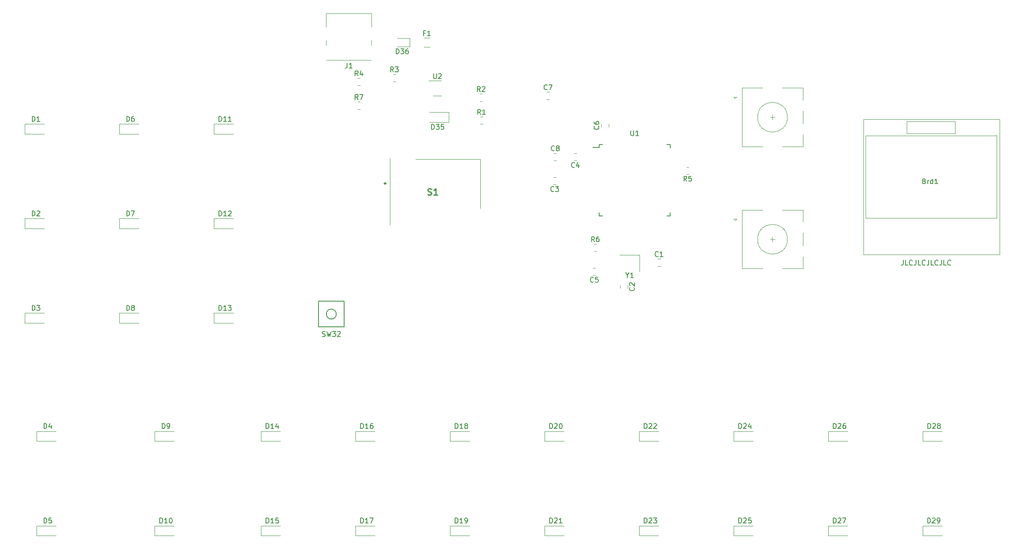
<source format=gbr>
%TF.GenerationSoftware,KiCad,Pcbnew,(6.0.5)*%
%TF.CreationDate,2022-05-16T19:36:13-07:00*%
%TF.ProjectId,3HMouse,33484d6f-7573-4652-9e6b-696361645f70,rev?*%
%TF.SameCoordinates,Original*%
%TF.FileFunction,Legend,Top*%
%TF.FilePolarity,Positive*%
%FSLAX46Y46*%
G04 Gerber Fmt 4.6, Leading zero omitted, Abs format (unit mm)*
G04 Created by KiCad (PCBNEW (6.0.5)) date 2022-05-16 19:36:13*
%MOMM*%
%LPD*%
G01*
G04 APERTURE LIST*
%ADD10C,0.150000*%
%ADD11C,0.254000*%
%ADD12C,0.120000*%
%ADD13C,0.300000*%
%ADD14C,0.100000*%
G04 APERTURE END LIST*
D10*
X209693452Y-76446130D02*
X209693452Y-77160416D01*
X209645833Y-77303273D01*
X209550595Y-77398511D01*
X209407738Y-77446130D01*
X209312500Y-77446130D01*
X210645833Y-77446130D02*
X210169642Y-77446130D01*
X210169642Y-76446130D01*
X211550595Y-77350892D02*
X211502976Y-77398511D01*
X211360119Y-77446130D01*
X211264880Y-77446130D01*
X211122023Y-77398511D01*
X211026785Y-77303273D01*
X210979166Y-77208035D01*
X210931547Y-77017559D01*
X210931547Y-76874702D01*
X210979166Y-76684226D01*
X211026785Y-76588988D01*
X211122023Y-76493750D01*
X211264880Y-76446130D01*
X211360119Y-76446130D01*
X211502976Y-76493750D01*
X211550595Y-76541369D01*
X212264880Y-76446130D02*
X212264880Y-77160416D01*
X212217261Y-77303273D01*
X212122023Y-77398511D01*
X211979166Y-77446130D01*
X211883928Y-77446130D01*
X213217261Y-77446130D02*
X212741071Y-77446130D01*
X212741071Y-76446130D01*
X214122023Y-77350892D02*
X214074404Y-77398511D01*
X213931547Y-77446130D01*
X213836309Y-77446130D01*
X213693452Y-77398511D01*
X213598214Y-77303273D01*
X213550595Y-77208035D01*
X213502976Y-77017559D01*
X213502976Y-76874702D01*
X213550595Y-76684226D01*
X213598214Y-76588988D01*
X213693452Y-76493750D01*
X213836309Y-76446130D01*
X213931547Y-76446130D01*
X214074404Y-76493750D01*
X214122023Y-76541369D01*
X214836309Y-76446130D02*
X214836309Y-77160416D01*
X214788690Y-77303273D01*
X214693452Y-77398511D01*
X214550595Y-77446130D01*
X214455357Y-77446130D01*
X215788690Y-77446130D02*
X215312500Y-77446130D01*
X215312500Y-76446130D01*
X216693452Y-77350892D02*
X216645833Y-77398511D01*
X216502976Y-77446130D01*
X216407738Y-77446130D01*
X216264880Y-77398511D01*
X216169642Y-77303273D01*
X216122023Y-77208035D01*
X216074404Y-77017559D01*
X216074404Y-76874702D01*
X216122023Y-76684226D01*
X216169642Y-76588988D01*
X216264880Y-76493750D01*
X216407738Y-76446130D01*
X216502976Y-76446130D01*
X216645833Y-76493750D01*
X216693452Y-76541369D01*
X217407738Y-76446130D02*
X217407738Y-77160416D01*
X217360119Y-77303273D01*
X217264880Y-77398511D01*
X217122023Y-77446130D01*
X217026785Y-77446130D01*
X218360119Y-77446130D02*
X217883928Y-77446130D01*
X217883928Y-76446130D01*
X219264880Y-77350892D02*
X219217261Y-77398511D01*
X219074404Y-77446130D01*
X218979166Y-77446130D01*
X218836309Y-77398511D01*
X218741071Y-77303273D01*
X218693452Y-77208035D01*
X218645833Y-77017559D01*
X218645833Y-76874702D01*
X218693452Y-76684226D01*
X218741071Y-76588988D01*
X218836309Y-76493750D01*
X218979166Y-76446130D01*
X219074404Y-76446130D01*
X219217261Y-76493750D01*
X219264880Y-76541369D01*
%TO.C,U2*%
X115062095Y-38835380D02*
X115062095Y-39644904D01*
X115109714Y-39740142D01*
X115157333Y-39787761D01*
X115252571Y-39835380D01*
X115443047Y-39835380D01*
X115538285Y-39787761D01*
X115585904Y-39740142D01*
X115633523Y-39644904D01*
X115633523Y-38835380D01*
X116062095Y-38930619D02*
X116109714Y-38883000D01*
X116204952Y-38835380D01*
X116443047Y-38835380D01*
X116538285Y-38883000D01*
X116585904Y-38930619D01*
X116633523Y-39025857D01*
X116633523Y-39121095D01*
X116585904Y-39263952D01*
X116014476Y-39835380D01*
X116633523Y-39835380D01*
%TO.C,U1*%
X154813095Y-50327380D02*
X154813095Y-51136904D01*
X154860714Y-51232142D01*
X154908333Y-51279761D01*
X155003571Y-51327380D01*
X155194047Y-51327380D01*
X155289285Y-51279761D01*
X155336904Y-51232142D01*
X155384523Y-51136904D01*
X155384523Y-50327380D01*
X156384523Y-51327380D02*
X155813095Y-51327380D01*
X156098809Y-51327380D02*
X156098809Y-50327380D01*
X156003571Y-50470238D01*
X155908333Y-50565476D01*
X155813095Y-50613095D01*
%TO.C,C5*%
X147280333Y-80777142D02*
X147232714Y-80824761D01*
X147089857Y-80872380D01*
X146994619Y-80872380D01*
X146851761Y-80824761D01*
X146756523Y-80729523D01*
X146708904Y-80634285D01*
X146661285Y-80443809D01*
X146661285Y-80300952D01*
X146708904Y-80110476D01*
X146756523Y-80015238D01*
X146851761Y-79920000D01*
X146994619Y-79872380D01*
X147089857Y-79872380D01*
X147232714Y-79920000D01*
X147280333Y-79967619D01*
X148185095Y-79872380D02*
X147708904Y-79872380D01*
X147661285Y-80348571D01*
X147708904Y-80300952D01*
X147804142Y-80253333D01*
X148042238Y-80253333D01*
X148137476Y-80300952D01*
X148185095Y-80348571D01*
X148232714Y-80443809D01*
X148232714Y-80681904D01*
X148185095Y-80777142D01*
X148137476Y-80824761D01*
X148042238Y-80872380D01*
X147804142Y-80872380D01*
X147708904Y-80824761D01*
X147661285Y-80777142D01*
%TO.C,R7*%
X99845833Y-44046130D02*
X99512500Y-43569940D01*
X99274404Y-44046130D02*
X99274404Y-43046130D01*
X99655357Y-43046130D01*
X99750595Y-43093750D01*
X99798214Y-43141369D01*
X99845833Y-43236607D01*
X99845833Y-43379464D01*
X99798214Y-43474702D01*
X99750595Y-43522321D01*
X99655357Y-43569940D01*
X99274404Y-43569940D01*
X100179166Y-43046130D02*
X100845833Y-43046130D01*
X100417261Y-44046130D01*
%TO.C,R4*%
X99845833Y-39283630D02*
X99512500Y-38807440D01*
X99274404Y-39283630D02*
X99274404Y-38283630D01*
X99655357Y-38283630D01*
X99750595Y-38331250D01*
X99798214Y-38378869D01*
X99845833Y-38474107D01*
X99845833Y-38616964D01*
X99798214Y-38712202D01*
X99750595Y-38759821D01*
X99655357Y-38807440D01*
X99274404Y-38807440D01*
X100702976Y-38616964D02*
X100702976Y-39283630D01*
X100464880Y-38236011D02*
X100226785Y-38950297D01*
X100845833Y-38950297D01*
%TO.C,R3*%
X106989583Y-38489880D02*
X106656250Y-38013690D01*
X106418154Y-38489880D02*
X106418154Y-37489880D01*
X106799107Y-37489880D01*
X106894345Y-37537500D01*
X106941964Y-37585119D01*
X106989583Y-37680357D01*
X106989583Y-37823214D01*
X106941964Y-37918452D01*
X106894345Y-37966071D01*
X106799107Y-38013690D01*
X106418154Y-38013690D01*
X107322916Y-37489880D02*
X107941964Y-37489880D01*
X107608630Y-37870833D01*
X107751488Y-37870833D01*
X107846726Y-37918452D01*
X107894345Y-37966071D01*
X107941964Y-38061309D01*
X107941964Y-38299404D01*
X107894345Y-38394642D01*
X107846726Y-38442261D01*
X107751488Y-38489880D01*
X107465773Y-38489880D01*
X107370535Y-38442261D01*
X107322916Y-38394642D01*
%TO.C,J1*%
X97656666Y-36685380D02*
X97656666Y-37399666D01*
X97609047Y-37542523D01*
X97513809Y-37637761D01*
X97370952Y-37685380D01*
X97275714Y-37685380D01*
X98656666Y-37685380D02*
X98085238Y-37685380D01*
X98370952Y-37685380D02*
X98370952Y-36685380D01*
X98275714Y-36828238D01*
X98180476Y-36923476D01*
X98085238Y-36971095D01*
%TO.C,F1*%
X113360416Y-30652321D02*
X113027083Y-30652321D01*
X113027083Y-31176130D02*
X113027083Y-30176130D01*
X113503273Y-30176130D01*
X114408035Y-31176130D02*
X113836607Y-31176130D01*
X114122321Y-31176130D02*
X114122321Y-30176130D01*
X114027083Y-30318988D01*
X113931845Y-30414226D01*
X113836607Y-30461845D01*
%TO.C,D36*%
X107529464Y-34846130D02*
X107529464Y-33846130D01*
X107767559Y-33846130D01*
X107910416Y-33893750D01*
X108005654Y-33988988D01*
X108053273Y-34084226D01*
X108100892Y-34274702D01*
X108100892Y-34417559D01*
X108053273Y-34608035D01*
X108005654Y-34703273D01*
X107910416Y-34798511D01*
X107767559Y-34846130D01*
X107529464Y-34846130D01*
X108434226Y-33846130D02*
X109053273Y-33846130D01*
X108719940Y-34227083D01*
X108862797Y-34227083D01*
X108958035Y-34274702D01*
X109005654Y-34322321D01*
X109053273Y-34417559D01*
X109053273Y-34655654D01*
X109005654Y-34750892D01*
X108958035Y-34798511D01*
X108862797Y-34846130D01*
X108577083Y-34846130D01*
X108481845Y-34798511D01*
X108434226Y-34750892D01*
X109910416Y-33846130D02*
X109719940Y-33846130D01*
X109624702Y-33893750D01*
X109577083Y-33941369D01*
X109481845Y-34084226D01*
X109434226Y-34274702D01*
X109434226Y-34655654D01*
X109481845Y-34750892D01*
X109529464Y-34798511D01*
X109624702Y-34846130D01*
X109815178Y-34846130D01*
X109910416Y-34798511D01*
X109958035Y-34750892D01*
X110005654Y-34655654D01*
X110005654Y-34417559D01*
X109958035Y-34322321D01*
X109910416Y-34274702D01*
X109815178Y-34227083D01*
X109624702Y-34227083D01*
X109529464Y-34274702D01*
X109481845Y-34322321D01*
X109434226Y-34417559D01*
%TO.C,D35*%
X114673214Y-50077380D02*
X114673214Y-49077380D01*
X114911309Y-49077380D01*
X115054166Y-49125000D01*
X115149404Y-49220238D01*
X115197023Y-49315476D01*
X115244642Y-49505952D01*
X115244642Y-49648809D01*
X115197023Y-49839285D01*
X115149404Y-49934523D01*
X115054166Y-50029761D01*
X114911309Y-50077380D01*
X114673214Y-50077380D01*
X115577976Y-49077380D02*
X116197023Y-49077380D01*
X115863690Y-49458333D01*
X116006547Y-49458333D01*
X116101785Y-49505952D01*
X116149404Y-49553571D01*
X116197023Y-49648809D01*
X116197023Y-49886904D01*
X116149404Y-49982142D01*
X116101785Y-50029761D01*
X116006547Y-50077380D01*
X115720833Y-50077380D01*
X115625595Y-50029761D01*
X115577976Y-49982142D01*
X117101785Y-49077380D02*
X116625595Y-49077380D01*
X116577976Y-49553571D01*
X116625595Y-49505952D01*
X116720833Y-49458333D01*
X116958928Y-49458333D01*
X117054166Y-49505952D01*
X117101785Y-49553571D01*
X117149404Y-49648809D01*
X117149404Y-49886904D01*
X117101785Y-49982142D01*
X117054166Y-50029761D01*
X116958928Y-50077380D01*
X116720833Y-50077380D01*
X116625595Y-50029761D01*
X116577976Y-49982142D01*
%TO.C,C6*%
X148283142Y-49442666D02*
X148330761Y-49490285D01*
X148378380Y-49633142D01*
X148378380Y-49728380D01*
X148330761Y-49871238D01*
X148235523Y-49966476D01*
X148140285Y-50014095D01*
X147949809Y-50061714D01*
X147806952Y-50061714D01*
X147616476Y-50014095D01*
X147521238Y-49966476D01*
X147426000Y-49871238D01*
X147378380Y-49728380D01*
X147378380Y-49633142D01*
X147426000Y-49490285D01*
X147473619Y-49442666D01*
X147378380Y-48585523D02*
X147378380Y-48776000D01*
X147426000Y-48871238D01*
X147473619Y-48918857D01*
X147616476Y-49014095D01*
X147806952Y-49061714D01*
X148187904Y-49061714D01*
X148283142Y-49014095D01*
X148330761Y-48966476D01*
X148378380Y-48871238D01*
X148378380Y-48680761D01*
X148330761Y-48585523D01*
X148283142Y-48537904D01*
X148187904Y-48490285D01*
X147949809Y-48490285D01*
X147854571Y-48537904D01*
X147806952Y-48585523D01*
X147759333Y-48680761D01*
X147759333Y-48871238D01*
X147806952Y-48966476D01*
X147854571Y-49014095D01*
X147949809Y-49061714D01*
%TO.C,C4*%
X143470333Y-57663142D02*
X143422714Y-57710761D01*
X143279857Y-57758380D01*
X143184619Y-57758380D01*
X143041761Y-57710761D01*
X142946523Y-57615523D01*
X142898904Y-57520285D01*
X142851285Y-57329809D01*
X142851285Y-57186952D01*
X142898904Y-56996476D01*
X142946523Y-56901238D01*
X143041761Y-56806000D01*
X143184619Y-56758380D01*
X143279857Y-56758380D01*
X143422714Y-56806000D01*
X143470333Y-56853619D01*
X144327476Y-57091714D02*
X144327476Y-57758380D01*
X144089380Y-56710761D02*
X143851285Y-57425047D01*
X144470333Y-57425047D01*
%TO.C,C3*%
X139279333Y-62489142D02*
X139231714Y-62536761D01*
X139088857Y-62584380D01*
X138993619Y-62584380D01*
X138850761Y-62536761D01*
X138755523Y-62441523D01*
X138707904Y-62346285D01*
X138660285Y-62155809D01*
X138660285Y-62012952D01*
X138707904Y-61822476D01*
X138755523Y-61727238D01*
X138850761Y-61632000D01*
X138993619Y-61584380D01*
X139088857Y-61584380D01*
X139231714Y-61632000D01*
X139279333Y-61679619D01*
X139612666Y-61584380D02*
X140231714Y-61584380D01*
X139898380Y-61965333D01*
X140041238Y-61965333D01*
X140136476Y-62012952D01*
X140184095Y-62060571D01*
X140231714Y-62155809D01*
X140231714Y-62393904D01*
X140184095Y-62489142D01*
X140136476Y-62536761D01*
X140041238Y-62584380D01*
X139755523Y-62584380D01*
X139660285Y-62536761D01*
X139612666Y-62489142D01*
%TO.C,Brd1*%
X213939583Y-60507571D02*
X214082440Y-60555190D01*
X214130059Y-60602809D01*
X214177678Y-60698047D01*
X214177678Y-60840904D01*
X214130059Y-60936142D01*
X214082440Y-60983761D01*
X213987202Y-61031380D01*
X213606250Y-61031380D01*
X213606250Y-60031380D01*
X213939583Y-60031380D01*
X214034821Y-60079000D01*
X214082440Y-60126619D01*
X214130059Y-60221857D01*
X214130059Y-60317095D01*
X214082440Y-60412333D01*
X214034821Y-60459952D01*
X213939583Y-60507571D01*
X213606250Y-60507571D01*
X214606250Y-61031380D02*
X214606250Y-60364714D01*
X214606250Y-60555190D02*
X214653869Y-60459952D01*
X214701488Y-60412333D01*
X214796726Y-60364714D01*
X214891964Y-60364714D01*
X215653869Y-61031380D02*
X215653869Y-60031380D01*
X215653869Y-60983761D02*
X215558630Y-61031380D01*
X215368154Y-61031380D01*
X215272916Y-60983761D01*
X215225297Y-60936142D01*
X215177678Y-60840904D01*
X215177678Y-60555190D01*
X215225297Y-60459952D01*
X215272916Y-60412333D01*
X215368154Y-60364714D01*
X215558630Y-60364714D01*
X215653869Y-60412333D01*
X216653869Y-61031380D02*
X216082440Y-61031380D01*
X216368154Y-61031380D02*
X216368154Y-60031380D01*
X216272916Y-60174238D01*
X216177678Y-60269476D01*
X216082440Y-60317095D01*
%TO.C,Y1*%
X154125809Y-79476190D02*
X154125809Y-79952380D01*
X153792476Y-78952380D02*
X154125809Y-79476190D01*
X154459142Y-78952380D01*
X155316285Y-79952380D02*
X154744857Y-79952380D01*
X155030571Y-79952380D02*
X155030571Y-78952380D01*
X154935333Y-79095238D01*
X154840095Y-79190476D01*
X154744857Y-79238095D01*
%TO.C,SW32*%
X92646726Y-91781261D02*
X92789583Y-91828880D01*
X93027678Y-91828880D01*
X93122916Y-91781261D01*
X93170535Y-91733642D01*
X93218154Y-91638404D01*
X93218154Y-91543166D01*
X93170535Y-91447928D01*
X93122916Y-91400309D01*
X93027678Y-91352690D01*
X92837202Y-91305071D01*
X92741964Y-91257452D01*
X92694345Y-91209833D01*
X92646726Y-91114595D01*
X92646726Y-91019357D01*
X92694345Y-90924119D01*
X92741964Y-90876500D01*
X92837202Y-90828880D01*
X93075297Y-90828880D01*
X93218154Y-90876500D01*
X93551488Y-90828880D02*
X93789583Y-91828880D01*
X93980059Y-91114595D01*
X94170535Y-91828880D01*
X94408630Y-90828880D01*
X94694345Y-90828880D02*
X95313392Y-90828880D01*
X94980059Y-91209833D01*
X95122916Y-91209833D01*
X95218154Y-91257452D01*
X95265773Y-91305071D01*
X95313392Y-91400309D01*
X95313392Y-91638404D01*
X95265773Y-91733642D01*
X95218154Y-91781261D01*
X95122916Y-91828880D01*
X94837202Y-91828880D01*
X94741964Y-91781261D01*
X94694345Y-91733642D01*
X95694345Y-90924119D02*
X95741964Y-90876500D01*
X95837202Y-90828880D01*
X96075297Y-90828880D01*
X96170535Y-90876500D01*
X96218154Y-90924119D01*
X96265773Y-91019357D01*
X96265773Y-91114595D01*
X96218154Y-91257452D01*
X95646726Y-91828880D01*
X96265773Y-91828880D01*
D11*
%TO.C,S1*%
X113886630Y-63220297D02*
X114068059Y-63280773D01*
X114370440Y-63280773D01*
X114491392Y-63220297D01*
X114551869Y-63159821D01*
X114612345Y-63038869D01*
X114612345Y-62917916D01*
X114551869Y-62796964D01*
X114491392Y-62736488D01*
X114370440Y-62676011D01*
X114128535Y-62615535D01*
X114007583Y-62555059D01*
X113947107Y-62494583D01*
X113886630Y-62373630D01*
X113886630Y-62252678D01*
X113947107Y-62131726D01*
X114007583Y-62071250D01*
X114128535Y-62010773D01*
X114430916Y-62010773D01*
X114612345Y-62071250D01*
X115821869Y-63280773D02*
X115096154Y-63280773D01*
X115459011Y-63280773D02*
X115459011Y-62010773D01*
X115338059Y-62192202D01*
X115217107Y-62313154D01*
X115096154Y-62373630D01*
D10*
%TO.C,R6*%
X147470833Y-72716380D02*
X147137500Y-72240190D01*
X146899404Y-72716380D02*
X146899404Y-71716380D01*
X147280357Y-71716380D01*
X147375595Y-71764000D01*
X147423214Y-71811619D01*
X147470833Y-71906857D01*
X147470833Y-72049714D01*
X147423214Y-72144952D01*
X147375595Y-72192571D01*
X147280357Y-72240190D01*
X146899404Y-72240190D01*
X148327976Y-71716380D02*
X148137500Y-71716380D01*
X148042261Y-71764000D01*
X147994642Y-71811619D01*
X147899404Y-71954476D01*
X147851785Y-72144952D01*
X147851785Y-72525904D01*
X147899404Y-72621142D01*
X147947023Y-72668761D01*
X148042261Y-72716380D01*
X148232738Y-72716380D01*
X148327976Y-72668761D01*
X148375595Y-72621142D01*
X148423214Y-72525904D01*
X148423214Y-72287809D01*
X148375595Y-72192571D01*
X148327976Y-72144952D01*
X148232738Y-72097333D01*
X148042261Y-72097333D01*
X147947023Y-72144952D01*
X147899404Y-72192571D01*
X147851785Y-72287809D01*
%TO.C,R5*%
X166076333Y-60522380D02*
X165743000Y-60046190D01*
X165504904Y-60522380D02*
X165504904Y-59522380D01*
X165885857Y-59522380D01*
X165981095Y-59570000D01*
X166028714Y-59617619D01*
X166076333Y-59712857D01*
X166076333Y-59855714D01*
X166028714Y-59950952D01*
X165981095Y-59998571D01*
X165885857Y-60046190D01*
X165504904Y-60046190D01*
X166981095Y-59522380D02*
X166504904Y-59522380D01*
X166457285Y-59998571D01*
X166504904Y-59950952D01*
X166600142Y-59903333D01*
X166838238Y-59903333D01*
X166933476Y-59950952D01*
X166981095Y-59998571D01*
X167028714Y-60093809D01*
X167028714Y-60331904D01*
X166981095Y-60427142D01*
X166933476Y-60474761D01*
X166838238Y-60522380D01*
X166600142Y-60522380D01*
X166504904Y-60474761D01*
X166457285Y-60427142D01*
%TO.C,R2*%
X124452083Y-42458630D02*
X124118750Y-41982440D01*
X123880654Y-42458630D02*
X123880654Y-41458630D01*
X124261607Y-41458630D01*
X124356845Y-41506250D01*
X124404464Y-41553869D01*
X124452083Y-41649107D01*
X124452083Y-41791964D01*
X124404464Y-41887202D01*
X124356845Y-41934821D01*
X124261607Y-41982440D01*
X123880654Y-41982440D01*
X124833035Y-41553869D02*
X124880654Y-41506250D01*
X124975892Y-41458630D01*
X125213988Y-41458630D01*
X125309226Y-41506250D01*
X125356845Y-41553869D01*
X125404464Y-41649107D01*
X125404464Y-41744345D01*
X125356845Y-41887202D01*
X124785416Y-42458630D01*
X125404464Y-42458630D01*
%TO.C,R1*%
X124547333Y-47062380D02*
X124214000Y-46586190D01*
X123975904Y-47062380D02*
X123975904Y-46062380D01*
X124356857Y-46062380D01*
X124452095Y-46110000D01*
X124499714Y-46157619D01*
X124547333Y-46252857D01*
X124547333Y-46395714D01*
X124499714Y-46490952D01*
X124452095Y-46538571D01*
X124356857Y-46586190D01*
X123975904Y-46586190D01*
X125499714Y-47062380D02*
X124928285Y-47062380D01*
X125214000Y-47062380D02*
X125214000Y-46062380D01*
X125118761Y-46205238D01*
X125023523Y-46300476D01*
X124928285Y-46348095D01*
%TO.C,D29*%
X214623214Y-129421130D02*
X214623214Y-128421130D01*
X214861309Y-128421130D01*
X215004166Y-128468750D01*
X215099404Y-128563988D01*
X215147023Y-128659226D01*
X215194642Y-128849702D01*
X215194642Y-128992559D01*
X215147023Y-129183035D01*
X215099404Y-129278273D01*
X215004166Y-129373511D01*
X214861309Y-129421130D01*
X214623214Y-129421130D01*
X215575595Y-128516369D02*
X215623214Y-128468750D01*
X215718452Y-128421130D01*
X215956547Y-128421130D01*
X216051785Y-128468750D01*
X216099404Y-128516369D01*
X216147023Y-128611607D01*
X216147023Y-128706845D01*
X216099404Y-128849702D01*
X215527976Y-129421130D01*
X216147023Y-129421130D01*
X216623214Y-129421130D02*
X216813690Y-129421130D01*
X216908928Y-129373511D01*
X216956547Y-129325892D01*
X217051785Y-129183035D01*
X217099404Y-128992559D01*
X217099404Y-128611607D01*
X217051785Y-128516369D01*
X217004166Y-128468750D01*
X216908928Y-128421130D01*
X216718452Y-128421130D01*
X216623214Y-128468750D01*
X216575595Y-128516369D01*
X216527976Y-128611607D01*
X216527976Y-128849702D01*
X216575595Y-128944940D01*
X216623214Y-128992559D01*
X216718452Y-129040178D01*
X216908928Y-129040178D01*
X217004166Y-128992559D01*
X217051785Y-128944940D01*
X217099404Y-128849702D01*
%TO.C,D28*%
X214685714Y-110371130D02*
X214685714Y-109371130D01*
X214923809Y-109371130D01*
X215066666Y-109418750D01*
X215161904Y-109513988D01*
X215209523Y-109609226D01*
X215257142Y-109799702D01*
X215257142Y-109942559D01*
X215209523Y-110133035D01*
X215161904Y-110228273D01*
X215066666Y-110323511D01*
X214923809Y-110371130D01*
X214685714Y-110371130D01*
X215638095Y-109466369D02*
X215685714Y-109418750D01*
X215780952Y-109371130D01*
X216019047Y-109371130D01*
X216114285Y-109418750D01*
X216161904Y-109466369D01*
X216209523Y-109561607D01*
X216209523Y-109656845D01*
X216161904Y-109799702D01*
X215590476Y-110371130D01*
X216209523Y-110371130D01*
X216780952Y-109799702D02*
X216685714Y-109752083D01*
X216638095Y-109704464D01*
X216590476Y-109609226D01*
X216590476Y-109561607D01*
X216638095Y-109466369D01*
X216685714Y-109418750D01*
X216780952Y-109371130D01*
X216971428Y-109371130D01*
X217066666Y-109418750D01*
X217114285Y-109466369D01*
X217161904Y-109561607D01*
X217161904Y-109609226D01*
X217114285Y-109704464D01*
X217066666Y-109752083D01*
X216971428Y-109799702D01*
X216780952Y-109799702D01*
X216685714Y-109847321D01*
X216638095Y-109894940D01*
X216590476Y-109990178D01*
X216590476Y-110180654D01*
X216638095Y-110275892D01*
X216685714Y-110323511D01*
X216780952Y-110371130D01*
X216971428Y-110371130D01*
X217066666Y-110323511D01*
X217114285Y-110275892D01*
X217161904Y-110180654D01*
X217161904Y-109990178D01*
X217114285Y-109894940D01*
X217066666Y-109847321D01*
X216971428Y-109799702D01*
%TO.C,D27*%
X195635714Y-129421130D02*
X195635714Y-128421130D01*
X195873809Y-128421130D01*
X196016666Y-128468750D01*
X196111904Y-128563988D01*
X196159523Y-128659226D01*
X196207142Y-128849702D01*
X196207142Y-128992559D01*
X196159523Y-129183035D01*
X196111904Y-129278273D01*
X196016666Y-129373511D01*
X195873809Y-129421130D01*
X195635714Y-129421130D01*
X196588095Y-128516369D02*
X196635714Y-128468750D01*
X196730952Y-128421130D01*
X196969047Y-128421130D01*
X197064285Y-128468750D01*
X197111904Y-128516369D01*
X197159523Y-128611607D01*
X197159523Y-128706845D01*
X197111904Y-128849702D01*
X196540476Y-129421130D01*
X197159523Y-129421130D01*
X197492857Y-128421130D02*
X198159523Y-128421130D01*
X197730952Y-129421130D01*
%TO.C,D26*%
X195635714Y-110371130D02*
X195635714Y-109371130D01*
X195873809Y-109371130D01*
X196016666Y-109418750D01*
X196111904Y-109513988D01*
X196159523Y-109609226D01*
X196207142Y-109799702D01*
X196207142Y-109942559D01*
X196159523Y-110133035D01*
X196111904Y-110228273D01*
X196016666Y-110323511D01*
X195873809Y-110371130D01*
X195635714Y-110371130D01*
X196588095Y-109466369D02*
X196635714Y-109418750D01*
X196730952Y-109371130D01*
X196969047Y-109371130D01*
X197064285Y-109418750D01*
X197111904Y-109466369D01*
X197159523Y-109561607D01*
X197159523Y-109656845D01*
X197111904Y-109799702D01*
X196540476Y-110371130D01*
X197159523Y-110371130D01*
X198016666Y-109371130D02*
X197826190Y-109371130D01*
X197730952Y-109418750D01*
X197683333Y-109466369D01*
X197588095Y-109609226D01*
X197540476Y-109799702D01*
X197540476Y-110180654D01*
X197588095Y-110275892D01*
X197635714Y-110323511D01*
X197730952Y-110371130D01*
X197921428Y-110371130D01*
X198016666Y-110323511D01*
X198064285Y-110275892D01*
X198111904Y-110180654D01*
X198111904Y-109942559D01*
X198064285Y-109847321D01*
X198016666Y-109799702D01*
X197921428Y-109752083D01*
X197730952Y-109752083D01*
X197635714Y-109799702D01*
X197588095Y-109847321D01*
X197540476Y-109942559D01*
%TO.C,D25*%
X176585714Y-129421130D02*
X176585714Y-128421130D01*
X176823809Y-128421130D01*
X176966666Y-128468750D01*
X177061904Y-128563988D01*
X177109523Y-128659226D01*
X177157142Y-128849702D01*
X177157142Y-128992559D01*
X177109523Y-129183035D01*
X177061904Y-129278273D01*
X176966666Y-129373511D01*
X176823809Y-129421130D01*
X176585714Y-129421130D01*
X177538095Y-128516369D02*
X177585714Y-128468750D01*
X177680952Y-128421130D01*
X177919047Y-128421130D01*
X178014285Y-128468750D01*
X178061904Y-128516369D01*
X178109523Y-128611607D01*
X178109523Y-128706845D01*
X178061904Y-128849702D01*
X177490476Y-129421130D01*
X178109523Y-129421130D01*
X179014285Y-128421130D02*
X178538095Y-128421130D01*
X178490476Y-128897321D01*
X178538095Y-128849702D01*
X178633333Y-128802083D01*
X178871428Y-128802083D01*
X178966666Y-128849702D01*
X179014285Y-128897321D01*
X179061904Y-128992559D01*
X179061904Y-129230654D01*
X179014285Y-129325892D01*
X178966666Y-129373511D01*
X178871428Y-129421130D01*
X178633333Y-129421130D01*
X178538095Y-129373511D01*
X178490476Y-129325892D01*
%TO.C,D24*%
X176585714Y-110371130D02*
X176585714Y-109371130D01*
X176823809Y-109371130D01*
X176966666Y-109418750D01*
X177061904Y-109513988D01*
X177109523Y-109609226D01*
X177157142Y-109799702D01*
X177157142Y-109942559D01*
X177109523Y-110133035D01*
X177061904Y-110228273D01*
X176966666Y-110323511D01*
X176823809Y-110371130D01*
X176585714Y-110371130D01*
X177538095Y-109466369D02*
X177585714Y-109418750D01*
X177680952Y-109371130D01*
X177919047Y-109371130D01*
X178014285Y-109418750D01*
X178061904Y-109466369D01*
X178109523Y-109561607D01*
X178109523Y-109656845D01*
X178061904Y-109799702D01*
X177490476Y-110371130D01*
X178109523Y-110371130D01*
X178966666Y-109704464D02*
X178966666Y-110371130D01*
X178728571Y-109323511D02*
X178490476Y-110037797D01*
X179109523Y-110037797D01*
%TO.C,D23*%
X157535714Y-129421130D02*
X157535714Y-128421130D01*
X157773809Y-128421130D01*
X157916666Y-128468750D01*
X158011904Y-128563988D01*
X158059523Y-128659226D01*
X158107142Y-128849702D01*
X158107142Y-128992559D01*
X158059523Y-129183035D01*
X158011904Y-129278273D01*
X157916666Y-129373511D01*
X157773809Y-129421130D01*
X157535714Y-129421130D01*
X158488095Y-128516369D02*
X158535714Y-128468750D01*
X158630952Y-128421130D01*
X158869047Y-128421130D01*
X158964285Y-128468750D01*
X159011904Y-128516369D01*
X159059523Y-128611607D01*
X159059523Y-128706845D01*
X159011904Y-128849702D01*
X158440476Y-129421130D01*
X159059523Y-129421130D01*
X159392857Y-128421130D02*
X160011904Y-128421130D01*
X159678571Y-128802083D01*
X159821428Y-128802083D01*
X159916666Y-128849702D01*
X159964285Y-128897321D01*
X160011904Y-128992559D01*
X160011904Y-129230654D01*
X159964285Y-129325892D01*
X159916666Y-129373511D01*
X159821428Y-129421130D01*
X159535714Y-129421130D01*
X159440476Y-129373511D01*
X159392857Y-129325892D01*
%TO.C,D22*%
X157535714Y-110371130D02*
X157535714Y-109371130D01*
X157773809Y-109371130D01*
X157916666Y-109418750D01*
X158011904Y-109513988D01*
X158059523Y-109609226D01*
X158107142Y-109799702D01*
X158107142Y-109942559D01*
X158059523Y-110133035D01*
X158011904Y-110228273D01*
X157916666Y-110323511D01*
X157773809Y-110371130D01*
X157535714Y-110371130D01*
X158488095Y-109466369D02*
X158535714Y-109418750D01*
X158630952Y-109371130D01*
X158869047Y-109371130D01*
X158964285Y-109418750D01*
X159011904Y-109466369D01*
X159059523Y-109561607D01*
X159059523Y-109656845D01*
X159011904Y-109799702D01*
X158440476Y-110371130D01*
X159059523Y-110371130D01*
X159440476Y-109466369D02*
X159488095Y-109418750D01*
X159583333Y-109371130D01*
X159821428Y-109371130D01*
X159916666Y-109418750D01*
X159964285Y-109466369D01*
X160011904Y-109561607D01*
X160011904Y-109656845D01*
X159964285Y-109799702D01*
X159392857Y-110371130D01*
X160011904Y-110371130D01*
%TO.C,D21*%
X138485714Y-129421130D02*
X138485714Y-128421130D01*
X138723809Y-128421130D01*
X138866666Y-128468750D01*
X138961904Y-128563988D01*
X139009523Y-128659226D01*
X139057142Y-128849702D01*
X139057142Y-128992559D01*
X139009523Y-129183035D01*
X138961904Y-129278273D01*
X138866666Y-129373511D01*
X138723809Y-129421130D01*
X138485714Y-129421130D01*
X139438095Y-128516369D02*
X139485714Y-128468750D01*
X139580952Y-128421130D01*
X139819047Y-128421130D01*
X139914285Y-128468750D01*
X139961904Y-128516369D01*
X140009523Y-128611607D01*
X140009523Y-128706845D01*
X139961904Y-128849702D01*
X139390476Y-129421130D01*
X140009523Y-129421130D01*
X140961904Y-129421130D02*
X140390476Y-129421130D01*
X140676190Y-129421130D02*
X140676190Y-128421130D01*
X140580952Y-128563988D01*
X140485714Y-128659226D01*
X140390476Y-128706845D01*
%TO.C,D20*%
X138485714Y-110371130D02*
X138485714Y-109371130D01*
X138723809Y-109371130D01*
X138866666Y-109418750D01*
X138961904Y-109513988D01*
X139009523Y-109609226D01*
X139057142Y-109799702D01*
X139057142Y-109942559D01*
X139009523Y-110133035D01*
X138961904Y-110228273D01*
X138866666Y-110323511D01*
X138723809Y-110371130D01*
X138485714Y-110371130D01*
X139438095Y-109466369D02*
X139485714Y-109418750D01*
X139580952Y-109371130D01*
X139819047Y-109371130D01*
X139914285Y-109418750D01*
X139961904Y-109466369D01*
X140009523Y-109561607D01*
X140009523Y-109656845D01*
X139961904Y-109799702D01*
X139390476Y-110371130D01*
X140009523Y-110371130D01*
X140628571Y-109371130D02*
X140723809Y-109371130D01*
X140819047Y-109418750D01*
X140866666Y-109466369D01*
X140914285Y-109561607D01*
X140961904Y-109752083D01*
X140961904Y-109990178D01*
X140914285Y-110180654D01*
X140866666Y-110275892D01*
X140819047Y-110323511D01*
X140723809Y-110371130D01*
X140628571Y-110371130D01*
X140533333Y-110323511D01*
X140485714Y-110275892D01*
X140438095Y-110180654D01*
X140390476Y-109990178D01*
X140390476Y-109752083D01*
X140438095Y-109561607D01*
X140485714Y-109466369D01*
X140533333Y-109418750D01*
X140628571Y-109371130D01*
%TO.C,D19*%
X119435714Y-129421130D02*
X119435714Y-128421130D01*
X119673809Y-128421130D01*
X119816666Y-128468750D01*
X119911904Y-128563988D01*
X119959523Y-128659226D01*
X120007142Y-128849702D01*
X120007142Y-128992559D01*
X119959523Y-129183035D01*
X119911904Y-129278273D01*
X119816666Y-129373511D01*
X119673809Y-129421130D01*
X119435714Y-129421130D01*
X120959523Y-129421130D02*
X120388095Y-129421130D01*
X120673809Y-129421130D02*
X120673809Y-128421130D01*
X120578571Y-128563988D01*
X120483333Y-128659226D01*
X120388095Y-128706845D01*
X121435714Y-129421130D02*
X121626190Y-129421130D01*
X121721428Y-129373511D01*
X121769047Y-129325892D01*
X121864285Y-129183035D01*
X121911904Y-128992559D01*
X121911904Y-128611607D01*
X121864285Y-128516369D01*
X121816666Y-128468750D01*
X121721428Y-128421130D01*
X121530952Y-128421130D01*
X121435714Y-128468750D01*
X121388095Y-128516369D01*
X121340476Y-128611607D01*
X121340476Y-128849702D01*
X121388095Y-128944940D01*
X121435714Y-128992559D01*
X121530952Y-129040178D01*
X121721428Y-129040178D01*
X121816666Y-128992559D01*
X121864285Y-128944940D01*
X121911904Y-128849702D01*
%TO.C,D18*%
X119435714Y-110371130D02*
X119435714Y-109371130D01*
X119673809Y-109371130D01*
X119816666Y-109418750D01*
X119911904Y-109513988D01*
X119959523Y-109609226D01*
X120007142Y-109799702D01*
X120007142Y-109942559D01*
X119959523Y-110133035D01*
X119911904Y-110228273D01*
X119816666Y-110323511D01*
X119673809Y-110371130D01*
X119435714Y-110371130D01*
X120959523Y-110371130D02*
X120388095Y-110371130D01*
X120673809Y-110371130D02*
X120673809Y-109371130D01*
X120578571Y-109513988D01*
X120483333Y-109609226D01*
X120388095Y-109656845D01*
X121530952Y-109799702D02*
X121435714Y-109752083D01*
X121388095Y-109704464D01*
X121340476Y-109609226D01*
X121340476Y-109561607D01*
X121388095Y-109466369D01*
X121435714Y-109418750D01*
X121530952Y-109371130D01*
X121721428Y-109371130D01*
X121816666Y-109418750D01*
X121864285Y-109466369D01*
X121911904Y-109561607D01*
X121911904Y-109609226D01*
X121864285Y-109704464D01*
X121816666Y-109752083D01*
X121721428Y-109799702D01*
X121530952Y-109799702D01*
X121435714Y-109847321D01*
X121388095Y-109894940D01*
X121340476Y-109990178D01*
X121340476Y-110180654D01*
X121388095Y-110275892D01*
X121435714Y-110323511D01*
X121530952Y-110371130D01*
X121721428Y-110371130D01*
X121816666Y-110323511D01*
X121864285Y-110275892D01*
X121911904Y-110180654D01*
X121911904Y-109990178D01*
X121864285Y-109894940D01*
X121816666Y-109847321D01*
X121721428Y-109799702D01*
%TO.C,D17*%
X100385714Y-129421130D02*
X100385714Y-128421130D01*
X100623809Y-128421130D01*
X100766666Y-128468750D01*
X100861904Y-128563988D01*
X100909523Y-128659226D01*
X100957142Y-128849702D01*
X100957142Y-128992559D01*
X100909523Y-129183035D01*
X100861904Y-129278273D01*
X100766666Y-129373511D01*
X100623809Y-129421130D01*
X100385714Y-129421130D01*
X101909523Y-129421130D02*
X101338095Y-129421130D01*
X101623809Y-129421130D02*
X101623809Y-128421130D01*
X101528571Y-128563988D01*
X101433333Y-128659226D01*
X101338095Y-128706845D01*
X102242857Y-128421130D02*
X102909523Y-128421130D01*
X102480952Y-129421130D01*
%TO.C,D16*%
X100385714Y-110371130D02*
X100385714Y-109371130D01*
X100623809Y-109371130D01*
X100766666Y-109418750D01*
X100861904Y-109513988D01*
X100909523Y-109609226D01*
X100957142Y-109799702D01*
X100957142Y-109942559D01*
X100909523Y-110133035D01*
X100861904Y-110228273D01*
X100766666Y-110323511D01*
X100623809Y-110371130D01*
X100385714Y-110371130D01*
X101909523Y-110371130D02*
X101338095Y-110371130D01*
X101623809Y-110371130D02*
X101623809Y-109371130D01*
X101528571Y-109513988D01*
X101433333Y-109609226D01*
X101338095Y-109656845D01*
X102766666Y-109371130D02*
X102576190Y-109371130D01*
X102480952Y-109418750D01*
X102433333Y-109466369D01*
X102338095Y-109609226D01*
X102290476Y-109799702D01*
X102290476Y-110180654D01*
X102338095Y-110275892D01*
X102385714Y-110323511D01*
X102480952Y-110371130D01*
X102671428Y-110371130D01*
X102766666Y-110323511D01*
X102814285Y-110275892D01*
X102861904Y-110180654D01*
X102861904Y-109942559D01*
X102814285Y-109847321D01*
X102766666Y-109799702D01*
X102671428Y-109752083D01*
X102480952Y-109752083D01*
X102385714Y-109799702D01*
X102338095Y-109847321D01*
X102290476Y-109942559D01*
%TO.C,D15*%
X81335714Y-129421130D02*
X81335714Y-128421130D01*
X81573809Y-128421130D01*
X81716666Y-128468750D01*
X81811904Y-128563988D01*
X81859523Y-128659226D01*
X81907142Y-128849702D01*
X81907142Y-128992559D01*
X81859523Y-129183035D01*
X81811904Y-129278273D01*
X81716666Y-129373511D01*
X81573809Y-129421130D01*
X81335714Y-129421130D01*
X82859523Y-129421130D02*
X82288095Y-129421130D01*
X82573809Y-129421130D02*
X82573809Y-128421130D01*
X82478571Y-128563988D01*
X82383333Y-128659226D01*
X82288095Y-128706845D01*
X83764285Y-128421130D02*
X83288095Y-128421130D01*
X83240476Y-128897321D01*
X83288095Y-128849702D01*
X83383333Y-128802083D01*
X83621428Y-128802083D01*
X83716666Y-128849702D01*
X83764285Y-128897321D01*
X83811904Y-128992559D01*
X83811904Y-129230654D01*
X83764285Y-129325892D01*
X83716666Y-129373511D01*
X83621428Y-129421130D01*
X83383333Y-129421130D01*
X83288095Y-129373511D01*
X83240476Y-129325892D01*
%TO.C,D14*%
X81335714Y-110371130D02*
X81335714Y-109371130D01*
X81573809Y-109371130D01*
X81716666Y-109418750D01*
X81811904Y-109513988D01*
X81859523Y-109609226D01*
X81907142Y-109799702D01*
X81907142Y-109942559D01*
X81859523Y-110133035D01*
X81811904Y-110228273D01*
X81716666Y-110323511D01*
X81573809Y-110371130D01*
X81335714Y-110371130D01*
X82859523Y-110371130D02*
X82288095Y-110371130D01*
X82573809Y-110371130D02*
X82573809Y-109371130D01*
X82478571Y-109513988D01*
X82383333Y-109609226D01*
X82288095Y-109656845D01*
X83716666Y-109704464D02*
X83716666Y-110371130D01*
X83478571Y-109323511D02*
X83240476Y-110037797D01*
X83859523Y-110037797D01*
%TO.C,D13*%
X71810714Y-86558630D02*
X71810714Y-85558630D01*
X72048809Y-85558630D01*
X72191666Y-85606250D01*
X72286904Y-85701488D01*
X72334523Y-85796726D01*
X72382142Y-85987202D01*
X72382142Y-86130059D01*
X72334523Y-86320535D01*
X72286904Y-86415773D01*
X72191666Y-86511011D01*
X72048809Y-86558630D01*
X71810714Y-86558630D01*
X73334523Y-86558630D02*
X72763095Y-86558630D01*
X73048809Y-86558630D02*
X73048809Y-85558630D01*
X72953571Y-85701488D01*
X72858333Y-85796726D01*
X72763095Y-85844345D01*
X73667857Y-85558630D02*
X74286904Y-85558630D01*
X73953571Y-85939583D01*
X74096428Y-85939583D01*
X74191666Y-85987202D01*
X74239285Y-86034821D01*
X74286904Y-86130059D01*
X74286904Y-86368154D01*
X74239285Y-86463392D01*
X74191666Y-86511011D01*
X74096428Y-86558630D01*
X73810714Y-86558630D01*
X73715476Y-86511011D01*
X73667857Y-86463392D01*
%TO.C,D12*%
X71810714Y-67508630D02*
X71810714Y-66508630D01*
X72048809Y-66508630D01*
X72191666Y-66556250D01*
X72286904Y-66651488D01*
X72334523Y-66746726D01*
X72382142Y-66937202D01*
X72382142Y-67080059D01*
X72334523Y-67270535D01*
X72286904Y-67365773D01*
X72191666Y-67461011D01*
X72048809Y-67508630D01*
X71810714Y-67508630D01*
X73334523Y-67508630D02*
X72763095Y-67508630D01*
X73048809Y-67508630D02*
X73048809Y-66508630D01*
X72953571Y-66651488D01*
X72858333Y-66746726D01*
X72763095Y-66794345D01*
X73715476Y-66603869D02*
X73763095Y-66556250D01*
X73858333Y-66508630D01*
X74096428Y-66508630D01*
X74191666Y-66556250D01*
X74239285Y-66603869D01*
X74286904Y-66699107D01*
X74286904Y-66794345D01*
X74239285Y-66937202D01*
X73667857Y-67508630D01*
X74286904Y-67508630D01*
%TO.C,D11*%
X71810714Y-48458630D02*
X71810714Y-47458630D01*
X72048809Y-47458630D01*
X72191666Y-47506250D01*
X72286904Y-47601488D01*
X72334523Y-47696726D01*
X72382142Y-47887202D01*
X72382142Y-48030059D01*
X72334523Y-48220535D01*
X72286904Y-48315773D01*
X72191666Y-48411011D01*
X72048809Y-48458630D01*
X71810714Y-48458630D01*
X73334523Y-48458630D02*
X72763095Y-48458630D01*
X73048809Y-48458630D02*
X73048809Y-47458630D01*
X72953571Y-47601488D01*
X72858333Y-47696726D01*
X72763095Y-47744345D01*
X74286904Y-48458630D02*
X73715476Y-48458630D01*
X74001190Y-48458630D02*
X74001190Y-47458630D01*
X73905952Y-47601488D01*
X73810714Y-47696726D01*
X73715476Y-47744345D01*
%TO.C,D10*%
X59904464Y-129421130D02*
X59904464Y-128421130D01*
X60142559Y-128421130D01*
X60285416Y-128468750D01*
X60380654Y-128563988D01*
X60428273Y-128659226D01*
X60475892Y-128849702D01*
X60475892Y-128992559D01*
X60428273Y-129183035D01*
X60380654Y-129278273D01*
X60285416Y-129373511D01*
X60142559Y-129421130D01*
X59904464Y-129421130D01*
X61428273Y-129421130D02*
X60856845Y-129421130D01*
X61142559Y-129421130D02*
X61142559Y-128421130D01*
X61047321Y-128563988D01*
X60952083Y-128659226D01*
X60856845Y-128706845D01*
X62047321Y-128421130D02*
X62142559Y-128421130D01*
X62237797Y-128468750D01*
X62285416Y-128516369D01*
X62333035Y-128611607D01*
X62380654Y-128802083D01*
X62380654Y-129040178D01*
X62333035Y-129230654D01*
X62285416Y-129325892D01*
X62237797Y-129373511D01*
X62142559Y-129421130D01*
X62047321Y-129421130D01*
X61952083Y-129373511D01*
X61904464Y-129325892D01*
X61856845Y-129230654D01*
X61809226Y-129040178D01*
X61809226Y-128802083D01*
X61856845Y-128611607D01*
X61904464Y-128516369D01*
X61952083Y-128468750D01*
X62047321Y-128421130D01*
%TO.C,D9*%
X60380654Y-110371130D02*
X60380654Y-109371130D01*
X60618750Y-109371130D01*
X60761607Y-109418750D01*
X60856845Y-109513988D01*
X60904464Y-109609226D01*
X60952083Y-109799702D01*
X60952083Y-109942559D01*
X60904464Y-110133035D01*
X60856845Y-110228273D01*
X60761607Y-110323511D01*
X60618750Y-110371130D01*
X60380654Y-110371130D01*
X61428273Y-110371130D02*
X61618750Y-110371130D01*
X61713988Y-110323511D01*
X61761607Y-110275892D01*
X61856845Y-110133035D01*
X61904464Y-109942559D01*
X61904464Y-109561607D01*
X61856845Y-109466369D01*
X61809226Y-109418750D01*
X61713988Y-109371130D01*
X61523511Y-109371130D01*
X61428273Y-109418750D01*
X61380654Y-109466369D01*
X61333035Y-109561607D01*
X61333035Y-109799702D01*
X61380654Y-109894940D01*
X61428273Y-109942559D01*
X61523511Y-109990178D01*
X61713988Y-109990178D01*
X61809226Y-109942559D01*
X61856845Y-109894940D01*
X61904464Y-109799702D01*
%TO.C,D8*%
X53236904Y-86558630D02*
X53236904Y-85558630D01*
X53475000Y-85558630D01*
X53617857Y-85606250D01*
X53713095Y-85701488D01*
X53760714Y-85796726D01*
X53808333Y-85987202D01*
X53808333Y-86130059D01*
X53760714Y-86320535D01*
X53713095Y-86415773D01*
X53617857Y-86511011D01*
X53475000Y-86558630D01*
X53236904Y-86558630D01*
X54379761Y-85987202D02*
X54284523Y-85939583D01*
X54236904Y-85891964D01*
X54189285Y-85796726D01*
X54189285Y-85749107D01*
X54236904Y-85653869D01*
X54284523Y-85606250D01*
X54379761Y-85558630D01*
X54570238Y-85558630D01*
X54665476Y-85606250D01*
X54713095Y-85653869D01*
X54760714Y-85749107D01*
X54760714Y-85796726D01*
X54713095Y-85891964D01*
X54665476Y-85939583D01*
X54570238Y-85987202D01*
X54379761Y-85987202D01*
X54284523Y-86034821D01*
X54236904Y-86082440D01*
X54189285Y-86177678D01*
X54189285Y-86368154D01*
X54236904Y-86463392D01*
X54284523Y-86511011D01*
X54379761Y-86558630D01*
X54570238Y-86558630D01*
X54665476Y-86511011D01*
X54713095Y-86463392D01*
X54760714Y-86368154D01*
X54760714Y-86177678D01*
X54713095Y-86082440D01*
X54665476Y-86034821D01*
X54570238Y-85987202D01*
%TO.C,D7*%
X53236904Y-67508630D02*
X53236904Y-66508630D01*
X53475000Y-66508630D01*
X53617857Y-66556250D01*
X53713095Y-66651488D01*
X53760714Y-66746726D01*
X53808333Y-66937202D01*
X53808333Y-67080059D01*
X53760714Y-67270535D01*
X53713095Y-67365773D01*
X53617857Y-67461011D01*
X53475000Y-67508630D01*
X53236904Y-67508630D01*
X54141666Y-66508630D02*
X54808333Y-66508630D01*
X54379761Y-67508630D01*
%TO.C,D6*%
X53236904Y-48458630D02*
X53236904Y-47458630D01*
X53475000Y-47458630D01*
X53617857Y-47506250D01*
X53713095Y-47601488D01*
X53760714Y-47696726D01*
X53808333Y-47887202D01*
X53808333Y-48030059D01*
X53760714Y-48220535D01*
X53713095Y-48315773D01*
X53617857Y-48411011D01*
X53475000Y-48458630D01*
X53236904Y-48458630D01*
X54665476Y-47458630D02*
X54475000Y-47458630D01*
X54379761Y-47506250D01*
X54332142Y-47553869D01*
X54236904Y-47696726D01*
X54189285Y-47887202D01*
X54189285Y-48268154D01*
X54236904Y-48363392D01*
X54284523Y-48411011D01*
X54379761Y-48458630D01*
X54570238Y-48458630D01*
X54665476Y-48411011D01*
X54713095Y-48363392D01*
X54760714Y-48268154D01*
X54760714Y-48030059D01*
X54713095Y-47934821D01*
X54665476Y-47887202D01*
X54570238Y-47839583D01*
X54379761Y-47839583D01*
X54284523Y-47887202D01*
X54236904Y-47934821D01*
X54189285Y-48030059D01*
%TO.C,D5*%
X36568154Y-129421130D02*
X36568154Y-128421130D01*
X36806250Y-128421130D01*
X36949107Y-128468750D01*
X37044345Y-128563988D01*
X37091964Y-128659226D01*
X37139583Y-128849702D01*
X37139583Y-128992559D01*
X37091964Y-129183035D01*
X37044345Y-129278273D01*
X36949107Y-129373511D01*
X36806250Y-129421130D01*
X36568154Y-129421130D01*
X38044345Y-128421130D02*
X37568154Y-128421130D01*
X37520535Y-128897321D01*
X37568154Y-128849702D01*
X37663392Y-128802083D01*
X37901488Y-128802083D01*
X37996726Y-128849702D01*
X38044345Y-128897321D01*
X38091964Y-128992559D01*
X38091964Y-129230654D01*
X38044345Y-129325892D01*
X37996726Y-129373511D01*
X37901488Y-129421130D01*
X37663392Y-129421130D01*
X37568154Y-129373511D01*
X37520535Y-129325892D01*
%TO.C,D4*%
X36568154Y-110371130D02*
X36568154Y-109371130D01*
X36806250Y-109371130D01*
X36949107Y-109418750D01*
X37044345Y-109513988D01*
X37091964Y-109609226D01*
X37139583Y-109799702D01*
X37139583Y-109942559D01*
X37091964Y-110133035D01*
X37044345Y-110228273D01*
X36949107Y-110323511D01*
X36806250Y-110371130D01*
X36568154Y-110371130D01*
X37996726Y-109704464D02*
X37996726Y-110371130D01*
X37758630Y-109323511D02*
X37520535Y-110037797D01*
X38139583Y-110037797D01*
%TO.C,D3*%
X34186904Y-86558630D02*
X34186904Y-85558630D01*
X34425000Y-85558630D01*
X34567857Y-85606250D01*
X34663095Y-85701488D01*
X34710714Y-85796726D01*
X34758333Y-85987202D01*
X34758333Y-86130059D01*
X34710714Y-86320535D01*
X34663095Y-86415773D01*
X34567857Y-86511011D01*
X34425000Y-86558630D01*
X34186904Y-86558630D01*
X35091666Y-85558630D02*
X35710714Y-85558630D01*
X35377380Y-85939583D01*
X35520238Y-85939583D01*
X35615476Y-85987202D01*
X35663095Y-86034821D01*
X35710714Y-86130059D01*
X35710714Y-86368154D01*
X35663095Y-86463392D01*
X35615476Y-86511011D01*
X35520238Y-86558630D01*
X35234523Y-86558630D01*
X35139285Y-86511011D01*
X35091666Y-86463392D01*
%TO.C,D2*%
X34186904Y-67508630D02*
X34186904Y-66508630D01*
X34425000Y-66508630D01*
X34567857Y-66556250D01*
X34663095Y-66651488D01*
X34710714Y-66746726D01*
X34758333Y-66937202D01*
X34758333Y-67080059D01*
X34710714Y-67270535D01*
X34663095Y-67365773D01*
X34567857Y-67461011D01*
X34425000Y-67508630D01*
X34186904Y-67508630D01*
X35139285Y-66603869D02*
X35186904Y-66556250D01*
X35282142Y-66508630D01*
X35520238Y-66508630D01*
X35615476Y-66556250D01*
X35663095Y-66603869D01*
X35710714Y-66699107D01*
X35710714Y-66794345D01*
X35663095Y-66937202D01*
X35091666Y-67508630D01*
X35710714Y-67508630D01*
%TO.C,D1*%
X34186904Y-48458630D02*
X34186904Y-47458630D01*
X34425000Y-47458630D01*
X34567857Y-47506250D01*
X34663095Y-47601488D01*
X34710714Y-47696726D01*
X34758333Y-47887202D01*
X34758333Y-48030059D01*
X34710714Y-48220535D01*
X34663095Y-48315773D01*
X34567857Y-48411011D01*
X34425000Y-48458630D01*
X34186904Y-48458630D01*
X35710714Y-48458630D02*
X35139285Y-48458630D01*
X35425000Y-48458630D02*
X35425000Y-47458630D01*
X35329761Y-47601488D01*
X35234523Y-47696726D01*
X35139285Y-47744345D01*
%TO.C,C7*%
X137945833Y-41984142D02*
X137898214Y-42031761D01*
X137755357Y-42079380D01*
X137660119Y-42079380D01*
X137517261Y-42031761D01*
X137422023Y-41936523D01*
X137374404Y-41841285D01*
X137326785Y-41650809D01*
X137326785Y-41507952D01*
X137374404Y-41317476D01*
X137422023Y-41222238D01*
X137517261Y-41127000D01*
X137660119Y-41079380D01*
X137755357Y-41079380D01*
X137898214Y-41127000D01*
X137945833Y-41174619D01*
X138279166Y-41079380D02*
X138945833Y-41079380D01*
X138517261Y-42079380D01*
%TO.C,C8*%
X139406333Y-54303142D02*
X139358714Y-54350761D01*
X139215857Y-54398380D01*
X139120619Y-54398380D01*
X138977761Y-54350761D01*
X138882523Y-54255523D01*
X138834904Y-54160285D01*
X138787285Y-53969809D01*
X138787285Y-53826952D01*
X138834904Y-53636476D01*
X138882523Y-53541238D01*
X138977761Y-53446000D01*
X139120619Y-53398380D01*
X139215857Y-53398380D01*
X139358714Y-53446000D01*
X139406333Y-53493619D01*
X139977761Y-53826952D02*
X139882523Y-53779333D01*
X139834904Y-53731714D01*
X139787285Y-53636476D01*
X139787285Y-53588857D01*
X139834904Y-53493619D01*
X139882523Y-53446000D01*
X139977761Y-53398380D01*
X140168238Y-53398380D01*
X140263476Y-53446000D01*
X140311095Y-53493619D01*
X140358714Y-53588857D01*
X140358714Y-53636476D01*
X140311095Y-53731714D01*
X140263476Y-53779333D01*
X140168238Y-53826952D01*
X139977761Y-53826952D01*
X139882523Y-53874571D01*
X139834904Y-53922190D01*
X139787285Y-54017428D01*
X139787285Y-54207904D01*
X139834904Y-54303142D01*
X139882523Y-54350761D01*
X139977761Y-54398380D01*
X140168238Y-54398380D01*
X140263476Y-54350761D01*
X140311095Y-54303142D01*
X140358714Y-54207904D01*
X140358714Y-54017428D01*
X140311095Y-53922190D01*
X140263476Y-53874571D01*
X140168238Y-53826952D01*
%TO.C,C2*%
X155453142Y-81954666D02*
X155500761Y-82002285D01*
X155548380Y-82145142D01*
X155548380Y-82240380D01*
X155500761Y-82383238D01*
X155405523Y-82478476D01*
X155310285Y-82526095D01*
X155119809Y-82573714D01*
X154976952Y-82573714D01*
X154786476Y-82526095D01*
X154691238Y-82478476D01*
X154596000Y-82383238D01*
X154548380Y-82240380D01*
X154548380Y-82145142D01*
X154596000Y-82002285D01*
X154643619Y-81954666D01*
X154643619Y-81573714D02*
X154596000Y-81526095D01*
X154548380Y-81430857D01*
X154548380Y-81192761D01*
X154596000Y-81097523D01*
X154643619Y-81049904D01*
X154738857Y-81002285D01*
X154834095Y-81002285D01*
X154976952Y-81049904D01*
X155548380Y-81621333D01*
X155548380Y-81002285D01*
%TO.C,C1*%
X160327083Y-75607392D02*
X160279464Y-75655011D01*
X160136607Y-75702630D01*
X160041369Y-75702630D01*
X159898511Y-75655011D01*
X159803273Y-75559773D01*
X159755654Y-75464535D01*
X159708035Y-75274059D01*
X159708035Y-75131202D01*
X159755654Y-74940726D01*
X159803273Y-74845488D01*
X159898511Y-74750250D01*
X160041369Y-74702630D01*
X160136607Y-74702630D01*
X160279464Y-74750250D01*
X160327083Y-74797869D01*
X161279464Y-75702630D02*
X160708035Y-75702630D01*
X160993750Y-75702630D02*
X160993750Y-74702630D01*
X160898511Y-74845488D01*
X160803273Y-74940726D01*
X160708035Y-74988345D01*
D12*
%TO.C,U2*%
X115824000Y-43343000D02*
X115024000Y-43343000D01*
X115824000Y-40223000D02*
X116624000Y-40223000D01*
X115824000Y-43343000D02*
X116624000Y-43343000D01*
X115824000Y-40223000D02*
X114024000Y-40223000D01*
D10*
%TO.C,U1*%
X162750000Y-53150000D02*
X162750000Y-53825000D01*
X148400000Y-67500000D02*
X148400000Y-66825000D01*
X148400000Y-67500000D02*
X149075000Y-67500000D01*
X162750000Y-67500000D02*
X162075000Y-67500000D01*
X162750000Y-67500000D02*
X162750000Y-66825000D01*
X148400000Y-53150000D02*
X148400000Y-53725000D01*
X148400000Y-53725000D02*
X147125000Y-53725000D01*
X148400000Y-53150000D02*
X149075000Y-53150000D01*
X162750000Y-53150000D02*
X162075000Y-53150000D01*
D12*
%TO.C,C5*%
X147708252Y-78005000D02*
X147185748Y-78005000D01*
X147708252Y-79475000D02*
X147185748Y-79475000D01*
%TO.C,R7*%
X99785436Y-44508750D02*
X100239564Y-44508750D01*
X99785436Y-45978750D02*
X100239564Y-45978750D01*
%TO.C,R4*%
X99785436Y-41216250D02*
X100239564Y-41216250D01*
X99785436Y-39746250D02*
X100239564Y-39746250D01*
%TO.C,R3*%
X106929186Y-38952500D02*
X107383314Y-38952500D01*
X106929186Y-40422500D02*
X107383314Y-40422500D01*
%TO.C,J1*%
X93395000Y-33033000D02*
X93395000Y-32133000D01*
X102585000Y-29433000D02*
X102585000Y-26703000D01*
X102585000Y-33033000D02*
X102585000Y-32133000D01*
X102585000Y-26703000D02*
X93395000Y-26703000D01*
X102465000Y-36113000D02*
X93515000Y-36113000D01*
X93395000Y-29433000D02*
X93395000Y-26703000D01*
%TO.C,F1*%
X113091686Y-31633750D02*
X114295814Y-31633750D01*
X113091686Y-33453750D02*
X114295814Y-33453750D01*
%TO.C,D36*%
X110243750Y-33393750D02*
X110243750Y-31693750D01*
X110243750Y-31693750D02*
X107693750Y-31693750D01*
X110243750Y-33393750D02*
X107693750Y-33393750D01*
%TO.C,D35*%
X118137500Y-48625000D02*
X114237500Y-48625000D01*
X118137500Y-48625000D02*
X118137500Y-46625000D01*
X118137500Y-46625000D02*
X114237500Y-46625000D01*
%TO.C,C6*%
X150341000Y-49537252D02*
X150341000Y-49014748D01*
X148871000Y-49537252D02*
X148871000Y-49014748D01*
%TO.C,C4*%
X143898252Y-56361000D02*
X143375748Y-56361000D01*
X143898252Y-54891000D02*
X143375748Y-54891000D01*
%TO.C,C3*%
X139707252Y-59717000D02*
X139184748Y-59717000D01*
X139707252Y-61187000D02*
X139184748Y-61187000D01*
%TO.C,Brd1*%
X228568250Y-51308000D02*
X228314250Y-51320000D01*
X228568250Y-67945000D02*
X228568250Y-51308000D01*
X225228250Y-67920000D02*
X228568250Y-67945000D01*
X225228250Y-51320000D02*
X228314250Y-51320000D01*
X210407250Y-48514000D02*
X210407250Y-50927000D01*
X220186250Y-50927000D02*
X210407250Y-50927000D01*
X220186250Y-48514000D02*
X220186250Y-50927000D01*
X210407250Y-48514000D02*
X220186250Y-48514000D01*
X202128250Y-51320000D02*
X225228250Y-51320000D01*
X202128250Y-67920000D02*
X202128250Y-51320000D01*
X225228250Y-67920000D02*
X202128250Y-67920000D01*
X201706250Y-75325000D02*
X201706250Y-48025000D01*
X229106250Y-75325000D02*
X201706250Y-75325000D01*
X229106250Y-48025000D02*
X229106250Y-75325000D01*
X201706250Y-48025000D02*
X229106250Y-48025000D01*
%TO.C,Y1*%
X156602000Y-78700000D02*
X156602000Y-75400000D01*
X156602000Y-75400000D02*
X152602000Y-75400000D01*
D10*
%TO.C,SW32*%
X95456250Y-87312500D02*
G75*
G03*
X95456250Y-87312500I-1000000J0D01*
G01*
X91856250Y-89912500D02*
X91856250Y-84712500D01*
X97056250Y-89912500D02*
X91856250Y-89912500D01*
X97056250Y-84712500D02*
X97056250Y-89912500D01*
X91856250Y-84712500D02*
X97056250Y-84712500D01*
D12*
%TO.C,SW31*%
X175556250Y-43525000D02*
X176156250Y-43525000D01*
X175856250Y-43825000D02*
X175556250Y-43525000D01*
X176156250Y-43525000D02*
X175856250Y-43825000D01*
X182856250Y-47625000D02*
X183856250Y-47625000D01*
X181356250Y-53525000D02*
X177256250Y-53525000D01*
X183356250Y-47125000D02*
X183356250Y-48125000D01*
X189456250Y-46325000D02*
X189456250Y-48925000D01*
X189456250Y-41725000D02*
X189456250Y-44125000D01*
X189456250Y-51125000D02*
X189456250Y-53525000D01*
X177256250Y-41725000D02*
X177256250Y-53525000D01*
X181356250Y-41725000D02*
X177256250Y-41725000D01*
X189456250Y-53525000D02*
X185356250Y-53525000D01*
X185356250Y-41725000D02*
X189456250Y-41725000D01*
X186356250Y-47625000D02*
G75*
G03*
X186356250Y-47625000I-3000000J0D01*
G01*
%TO.C,SW30*%
X175556250Y-68131250D02*
X176156250Y-68131250D01*
X175856250Y-68431250D02*
X175556250Y-68131250D01*
X176156250Y-68131250D02*
X175856250Y-68431250D01*
X182856250Y-72231250D02*
X183856250Y-72231250D01*
X181356250Y-78131250D02*
X177256250Y-78131250D01*
X183356250Y-71731250D02*
X183356250Y-72731250D01*
X189456250Y-70931250D02*
X189456250Y-73531250D01*
X189456250Y-66331250D02*
X189456250Y-68731250D01*
X189456250Y-75731250D02*
X189456250Y-78131250D01*
X177256250Y-66331250D02*
X177256250Y-78131250D01*
X181356250Y-66331250D02*
X177256250Y-66331250D01*
X189456250Y-78131250D02*
X185356250Y-78131250D01*
X185356250Y-66331250D02*
X189456250Y-66331250D01*
X186356250Y-72231250D02*
G75*
G03*
X186356250Y-72231250I-3000000J0D01*
G01*
D13*
%TO.C,S1*%
X105403250Y-60966250D02*
X105403250Y-60966250D01*
X105204250Y-60966250D02*
X105204250Y-60966250D01*
D14*
X106304250Y-69281250D02*
X106304250Y-55966250D01*
X124503250Y-65966250D02*
X124503250Y-56131250D01*
X124503250Y-56131250D02*
X111403250Y-56131250D01*
D13*
X105403250Y-60966250D02*
G75*
G03*
X105204250Y-60966250I-99500J0D01*
G01*
X105204250Y-60966250D02*
G75*
G03*
X105403250Y-60966250I99500J0D01*
G01*
D12*
%TO.C,R6*%
X147410436Y-73179000D02*
X147864564Y-73179000D01*
X147410436Y-74649000D02*
X147864564Y-74649000D01*
%TO.C,R5*%
X166470064Y-59155000D02*
X166015936Y-59155000D01*
X166470064Y-57685000D02*
X166015936Y-57685000D01*
%TO.C,R2*%
X124391686Y-42921250D02*
X124845814Y-42921250D01*
X124391686Y-44391250D02*
X124845814Y-44391250D01*
%TO.C,R1*%
X124486936Y-47525000D02*
X124941064Y-47525000D01*
X124486936Y-48995000D02*
X124941064Y-48995000D01*
%TO.C,D29*%
X213587500Y-129968750D02*
X217487500Y-129968750D01*
X213587500Y-129968750D02*
X213587500Y-131968750D01*
X213587500Y-131968750D02*
X217487500Y-131968750D01*
%TO.C,D28*%
X213650000Y-110918750D02*
X217550000Y-110918750D01*
X213650000Y-110918750D02*
X213650000Y-112918750D01*
X213650000Y-112918750D02*
X217550000Y-112918750D01*
%TO.C,D27*%
X194600000Y-129968750D02*
X198500000Y-129968750D01*
X194600000Y-129968750D02*
X194600000Y-131968750D01*
X194600000Y-131968750D02*
X198500000Y-131968750D01*
%TO.C,D26*%
X194600000Y-110918750D02*
X198500000Y-110918750D01*
X194600000Y-110918750D02*
X194600000Y-112918750D01*
X194600000Y-112918750D02*
X198500000Y-112918750D01*
%TO.C,D25*%
X175550000Y-129968750D02*
X179450000Y-129968750D01*
X175550000Y-129968750D02*
X175550000Y-131968750D01*
X175550000Y-131968750D02*
X179450000Y-131968750D01*
%TO.C,D24*%
X175550000Y-110918750D02*
X179450000Y-110918750D01*
X175550000Y-110918750D02*
X175550000Y-112918750D01*
X175550000Y-112918750D02*
X179450000Y-112918750D01*
%TO.C,D23*%
X156500000Y-129968750D02*
X160400000Y-129968750D01*
X156500000Y-129968750D02*
X156500000Y-131968750D01*
X156500000Y-131968750D02*
X160400000Y-131968750D01*
%TO.C,D22*%
X156500000Y-110918750D02*
X160400000Y-110918750D01*
X156500000Y-110918750D02*
X156500000Y-112918750D01*
X156500000Y-112918750D02*
X160400000Y-112918750D01*
%TO.C,D21*%
X137450000Y-129968750D02*
X141350000Y-129968750D01*
X137450000Y-129968750D02*
X137450000Y-131968750D01*
X137450000Y-131968750D02*
X141350000Y-131968750D01*
%TO.C,D20*%
X137450000Y-110918750D02*
X141350000Y-110918750D01*
X137450000Y-110918750D02*
X137450000Y-112918750D01*
X137450000Y-112918750D02*
X141350000Y-112918750D01*
%TO.C,D19*%
X118400000Y-129968750D02*
X122300000Y-129968750D01*
X118400000Y-129968750D02*
X118400000Y-131968750D01*
X118400000Y-131968750D02*
X122300000Y-131968750D01*
%TO.C,D18*%
X118400000Y-110918750D02*
X122300000Y-110918750D01*
X118400000Y-110918750D02*
X118400000Y-112918750D01*
X118400000Y-112918750D02*
X122300000Y-112918750D01*
%TO.C,D17*%
X99350000Y-129968750D02*
X103250000Y-129968750D01*
X99350000Y-129968750D02*
X99350000Y-131968750D01*
X99350000Y-131968750D02*
X103250000Y-131968750D01*
%TO.C,D16*%
X99350000Y-110918750D02*
X103250000Y-110918750D01*
X99350000Y-110918750D02*
X99350000Y-112918750D01*
X99350000Y-112918750D02*
X103250000Y-112918750D01*
%TO.C,D15*%
X80300000Y-129968750D02*
X84200000Y-129968750D01*
X80300000Y-129968750D02*
X80300000Y-131968750D01*
X80300000Y-131968750D02*
X84200000Y-131968750D01*
%TO.C,D14*%
X80300000Y-110918750D02*
X84200000Y-110918750D01*
X80300000Y-110918750D02*
X80300000Y-112918750D01*
X80300000Y-112918750D02*
X84200000Y-112918750D01*
%TO.C,D13*%
X70775000Y-87106250D02*
X74675000Y-87106250D01*
X70775000Y-87106250D02*
X70775000Y-89106250D01*
X70775000Y-89106250D02*
X74675000Y-89106250D01*
%TO.C,D12*%
X70775000Y-68056250D02*
X74675000Y-68056250D01*
X70775000Y-68056250D02*
X70775000Y-70056250D01*
X70775000Y-70056250D02*
X74675000Y-70056250D01*
%TO.C,D11*%
X70775000Y-49006250D02*
X74675000Y-49006250D01*
X70775000Y-49006250D02*
X70775000Y-51006250D01*
X70775000Y-51006250D02*
X74675000Y-51006250D01*
%TO.C,D10*%
X58868750Y-129968750D02*
X62768750Y-129968750D01*
X58868750Y-129968750D02*
X58868750Y-131968750D01*
X58868750Y-131968750D02*
X62768750Y-131968750D01*
%TO.C,D9*%
X58868750Y-110918750D02*
X62768750Y-110918750D01*
X58868750Y-110918750D02*
X58868750Y-112918750D01*
X58868750Y-112918750D02*
X62768750Y-112918750D01*
%TO.C,D8*%
X51725000Y-87106250D02*
X55625000Y-87106250D01*
X51725000Y-87106250D02*
X51725000Y-89106250D01*
X51725000Y-89106250D02*
X55625000Y-89106250D01*
%TO.C,D7*%
X51725000Y-68056250D02*
X55625000Y-68056250D01*
X51725000Y-68056250D02*
X51725000Y-70056250D01*
X51725000Y-70056250D02*
X55625000Y-70056250D01*
%TO.C,D6*%
X51725000Y-49006250D02*
X55625000Y-49006250D01*
X51725000Y-49006250D02*
X51725000Y-51006250D01*
X51725000Y-51006250D02*
X55625000Y-51006250D01*
%TO.C,D5*%
X35056250Y-129968750D02*
X38956250Y-129968750D01*
X35056250Y-129968750D02*
X35056250Y-131968750D01*
X35056250Y-131968750D02*
X38956250Y-131968750D01*
%TO.C,D4*%
X35056250Y-110918750D02*
X38956250Y-110918750D01*
X35056250Y-110918750D02*
X35056250Y-112918750D01*
X35056250Y-112918750D02*
X38956250Y-112918750D01*
%TO.C,D3*%
X32675000Y-87106250D02*
X36575000Y-87106250D01*
X32675000Y-87106250D02*
X32675000Y-89106250D01*
X32675000Y-89106250D02*
X36575000Y-89106250D01*
%TO.C,D2*%
X32675000Y-68056250D02*
X36575000Y-68056250D01*
X32675000Y-68056250D02*
X32675000Y-70056250D01*
X32675000Y-70056250D02*
X36575000Y-70056250D01*
%TO.C,D1*%
X32675000Y-51006250D02*
X36575000Y-51006250D01*
X32675000Y-49006250D02*
X32675000Y-51006250D01*
X32675000Y-49006250D02*
X36575000Y-49006250D01*
%TO.C,C7*%
X137851248Y-42572000D02*
X138373752Y-42572000D01*
X137851248Y-44042000D02*
X138373752Y-44042000D01*
%TO.C,C8*%
X139311748Y-54891000D02*
X139834252Y-54891000D01*
X139311748Y-56361000D02*
X139834252Y-56361000D01*
%TO.C,C2*%
X152681000Y-81526748D02*
X152681000Y-82049252D01*
X154151000Y-81526748D02*
X154151000Y-82049252D01*
%TO.C,C1*%
X160232498Y-77665250D02*
X160755002Y-77665250D01*
X160232498Y-76195250D02*
X160755002Y-76195250D01*
%TD*%
M02*

</source>
